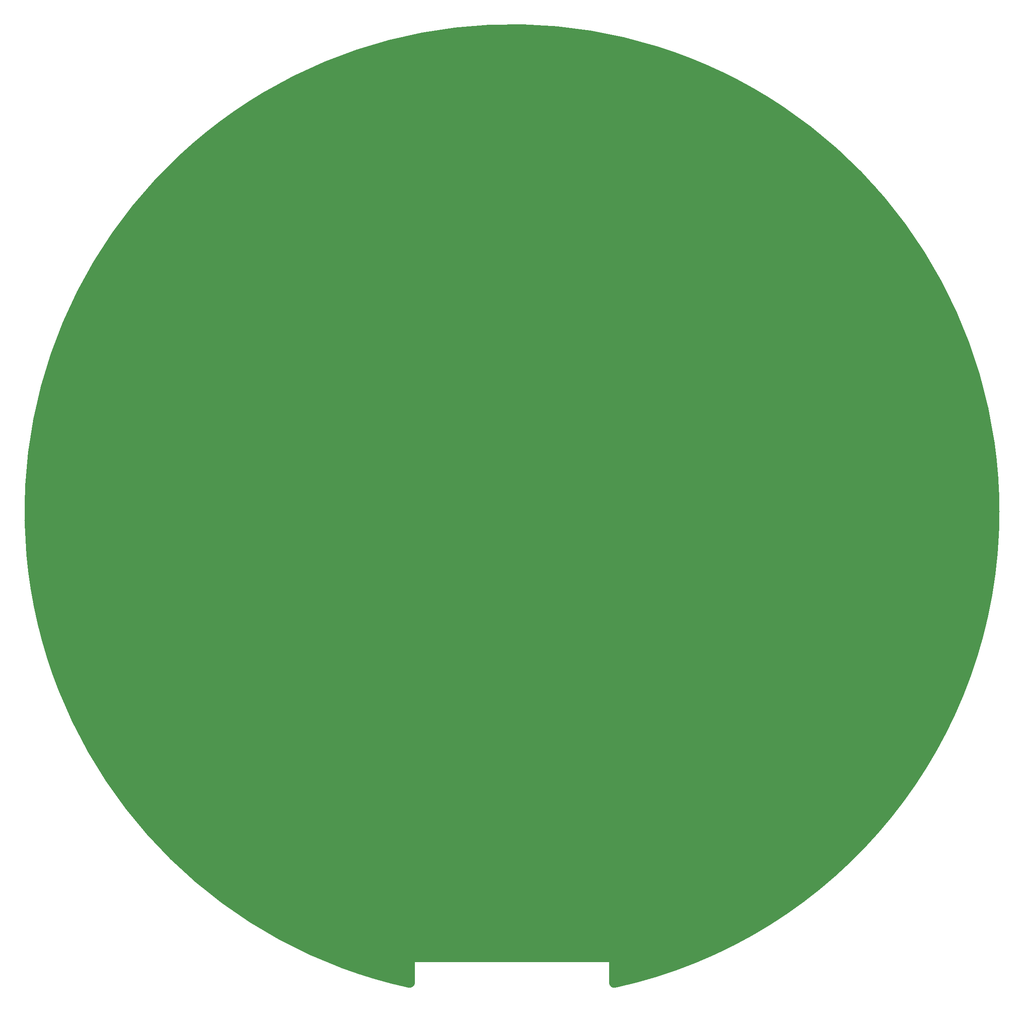
<source format=gtl>
G04*
G04 #@! TF.GenerationSoftware,Altium Limited,Altium Designer,18.0.9 (584)*
G04*
G04 Layer_Physical_Order=1*
G04 Layer_Color=255*
%FSLAX25Y25*%
%MOIN*%
G70*
G01*
G75*
%ADD10C,0.00800*%
G36*
X310213Y115D02*
X310644Y21D01*
X311526Y29D01*
X312384Y233D01*
X313176Y620D01*
X313863Y1174D01*
X314410Y1866D01*
X314790Y2661D01*
X314985Y3521D01*
Y3962D01*
X314985Y3962D01*
Y20683D01*
X472466D01*
Y3962D01*
X472466Y3521D01*
X472661Y2661D01*
X473041Y1866D01*
X473588Y1174D01*
X474275Y620D01*
X475067Y232D01*
X475925Y29D01*
X476807Y21D01*
X477238Y115D01*
X477238D01*
X483360Y1444D01*
X495515Y4490D01*
X507566Y7921D01*
X519502Y11734D01*
X531311Y15925D01*
X542980Y20490D01*
X554498Y25424D01*
X565854Y30721D01*
X577035Y36378D01*
X588030Y42387D01*
X598829Y48743D01*
X609420Y55439D01*
X619793Y62469D01*
X629936Y69826D01*
X639841Y77501D01*
X649496Y85488D01*
X658892Y93778D01*
X668019Y102363D01*
X676869Y111233D01*
X685432Y120381D01*
X693700Y129797D01*
X701664Y139471D01*
X709316Y149394D01*
X716648Y159555D01*
X723653Y169944D01*
X730325Y180551D01*
X736655Y191364D01*
X742638Y202374D01*
X748268Y213568D01*
X753539Y224936D01*
X758445Y236466D01*
X762982Y248146D01*
X767145Y259965D01*
X770930Y271910D01*
X774332Y283969D01*
X777350Y296131D01*
X779979Y308383D01*
X782217Y320712D01*
X784061Y333105D01*
X785510Y345552D01*
X786562Y358038D01*
X787216Y370551D01*
X787472Y383079D01*
X787330Y395608D01*
X786788Y408127D01*
X785849Y420622D01*
X784512Y433081D01*
X782780Y445491D01*
X780653Y457840D01*
X778135Y470114D01*
X775228Y482303D01*
X771934Y494392D01*
X768257Y506371D01*
X764201Y518227D01*
X759769Y529948D01*
X754967Y541521D01*
X749800Y552936D01*
X744271Y564181D01*
X738388Y575244D01*
X732155Y586115D01*
X725580Y596781D01*
X718669Y607233D01*
X711428Y617460D01*
X703866Y627451D01*
X695990Y637197D01*
X687808Y646687D01*
X679328Y655912D01*
X670558Y664862D01*
X661509Y673529D01*
X652188Y681903D01*
X642605Y689977D01*
X632770Y697741D01*
X622694Y705189D01*
X612385Y712313D01*
X601855Y719104D01*
X591114Y725558D01*
X580173Y731666D01*
X569044Y737423D01*
X557737Y742823D01*
X546264Y747860D01*
X534636Y752530D01*
X522865Y756827D01*
X510964Y760748D01*
X498944Y764288D01*
X486818Y767444D01*
X474597Y770212D01*
X462295Y772590D01*
X449923Y774576D01*
X437494Y776167D01*
X425020Y777361D01*
X412515Y778158D01*
X399991Y778557D01*
X387461Y778557D01*
X374937Y778158D01*
X362432Y777361D01*
X349959Y776167D01*
X337530Y774576D01*
X325157Y772590D01*
X312855Y770212D01*
X300634Y767444D01*
X288508Y764288D01*
X276488Y760748D01*
X264587Y756827D01*
X252816Y752530D01*
X241189Y747860D01*
X229715Y742823D01*
X218408Y737423D01*
X207279Y731666D01*
X196338Y725558D01*
X185597Y719104D01*
X175067Y712313D01*
X164758Y705190D01*
X154682Y697742D01*
X144847Y689977D01*
X135264Y681904D01*
X125943Y673529D01*
X116894Y664862D01*
X108124Y655912D01*
X99644Y646687D01*
X91462Y637197D01*
X83586Y627452D01*
X76024Y617461D01*
X68783Y607234D01*
X61872Y596782D01*
X55297Y586115D01*
X49064Y575245D01*
X43181Y564182D01*
X37652Y552937D01*
X32484Y541522D01*
X27682Y529948D01*
X23251Y518227D01*
X19195Y506372D01*
X15518Y494393D01*
X12224Y482303D01*
X9317Y470115D01*
X6798Y457840D01*
X4672Y445492D01*
X2940Y433082D01*
X1603Y420623D01*
X663Y408128D01*
X122Y395609D01*
X-21Y383079D01*
X235Y370552D01*
X890Y358038D01*
X1942Y345552D01*
X3391Y333106D01*
X5235Y320712D01*
X7473Y308383D01*
X10102Y296132D01*
X13119Y283970D01*
X16522Y271911D01*
X20307Y259965D01*
X24470Y248147D01*
X29006Y236467D01*
X33913Y224937D01*
X39184Y213569D01*
X44813Y202375D01*
X50796Y191365D01*
X57127Y180551D01*
X63798Y169944D01*
X70803Y159555D01*
X78136Y149394D01*
X85787Y139471D01*
X93751Y129797D01*
X102019Y120382D01*
X110582Y111234D01*
X119432Y102363D01*
X128559Y93778D01*
X137955Y85488D01*
X147611Y77501D01*
X157515Y69826D01*
X167658Y62470D01*
X178031Y55440D01*
X188622Y48743D01*
X199421Y42387D01*
X210416Y36378D01*
X221597Y30722D01*
X232952Y25424D01*
X244471Y20490D01*
X256140Y15926D01*
X267949Y11735D01*
X279885Y7921D01*
X291936Y4490D01*
X304091Y1444D01*
X310213Y115D01*
X310213D01*
D02*
G37*
D10*
X477238Y115D02*
G03*
X787427Y384856I-83512J384741D01*
G01*
X472466Y3962D02*
G03*
X477238Y115I3937J0D01*
G01*
X787427Y384856D02*
G03*
X310213Y115I-393701J0D01*
G01*
X310213Y115D02*
G03*
X314985Y3962I835J3847D01*
G01*
X472466Y3962D02*
Y20683D01*
X314985D02*
X472466D01*
X314985Y3962D02*
Y20683D01*
M02*

</source>
